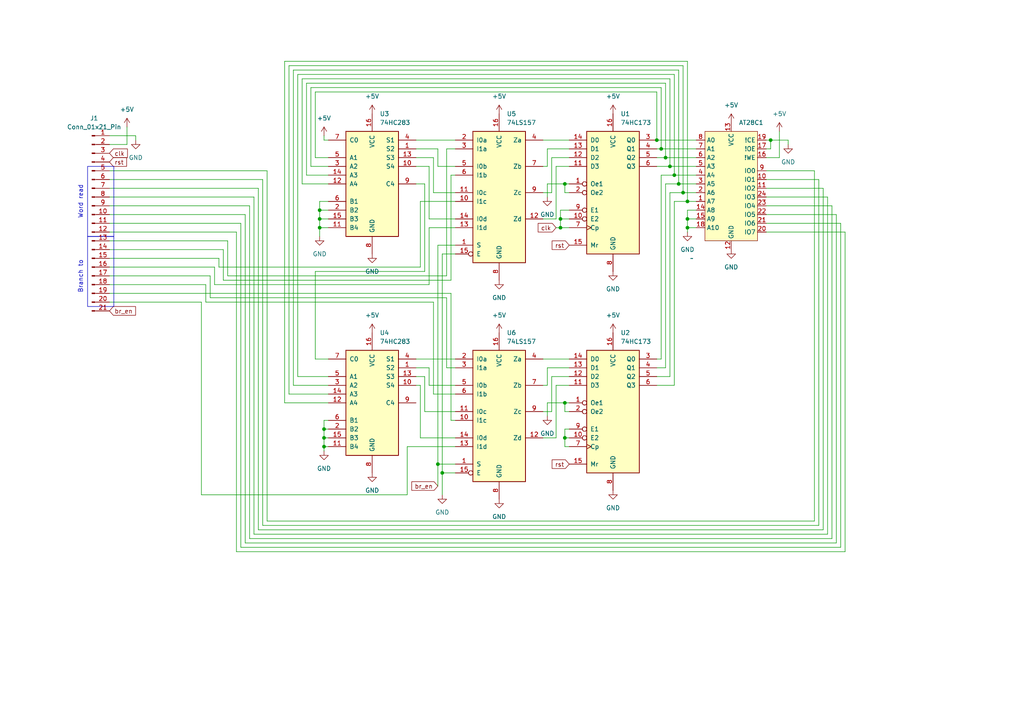
<source format=kicad_sch>
(kicad_sch (version 20230121) (generator eeschema)
  (paper "A4")
  (lib_symbols
    (symbol "74xx:74HC283" (pin_names (offset 1.016))
      (property "Reference" "U" (at -7.62 16.51 0))
      (property "Value" "74LS283" (at -7.62 -16.51 0))
      (symbol "74HC283_1_0"
        (pin output line (at 12.7 10.16 180) (length 5.08) (name "S2") (number "1"))
        (pin output line (at 12.7 5.08 180) (length 5.08) (name "S4") (number "10"))
        (pin input line (at -12.7 -12.7 0) (length 5.08) (name "B4") (number "11"))
        (pin input line (at -12.7 0 0) (length 5.08) (name "A4") (number "12"))
        (pin output line (at 12.7 7.62 180) (length 5.08) (name "S3") (number "13"))
        (pin input line (at -12.7 2.54 0) (length 5.08) (name "A3") (number "14"))
        (pin input line (at -12.7 -10.16 0) (length 5.08) (name "B3") (number "15"))
        (pin power_in line (at 0 20.32 270) (length 5.08) (name "VCC") (number "16"))
        (pin input line (at -12.7 -7.62 0) (length 5.08) (name "B2") (number "2"))
        (pin input line (at -12.7 5.08 0) (length 5.08) (name "A2") (number "3"))
        (pin output line (at 12.7 12.7 180) (length 5.08) (name "S1") (number "4"))
        (pin input line (at -12.7 7.62 0) (length 5.08) (name "A1") (number "5"))
        (pin input line (at -12.7 -5.08 0) (length 5.08) (name "B1") (number "6"))
        (pin input line (at -12.7 12.7 0) (length 5.08) (name "C0") (number "7"))
        (pin power_in line (at 0 -20.32 90) (length 5.08) (name "GND") (number "8"))
        (pin output line (at 12.7 0 180) (length 5.08) (name "C4") (number "9"))
      )
      (symbol "74HC283_1_1"
        (rectangle (start -7.62 15.24) (end 7.62 -15.24) (stroke (width 0.254)) (fill (type background)))
      )
    )
    (symbol "74xx:74LS157" (pin_names (offset 1.016))
      (property "Reference" "U" (at -7.62 19.05 0))
      (property "Value" "74LS157" (at -7.62 -21.59 0))
      (symbol "74LS157_1_0"
        (pin input line (at -12.7 -15.24 0) (length 5.08) (name "S") (number "1"))
        (pin input line (at -12.7 -2.54 0) (length 5.08) (name "I1c") (number "10"))
        (pin input line (at -12.7 0 0) (length 5.08) (name "I0c") (number "11"))
        (pin output line (at 12.7 -7.62 180) (length 5.08) (name "Zd") (number "12"))
        (pin input line (at -12.7 -10.16 0) (length 5.08) (name "I1d") (number "13"))
        (pin input line (at -12.7 -7.62 0) (length 5.08) (name "I0d") (number "14"))
        (pin input inverted (at -12.7 -17.78 0) (length 5.08) (name "E") (number "15"))
        (pin power_in line (at 0 22.86 270) (length 5.08) (name "VCC") (number "16"))
        (pin input line (at -12.7 15.24 0) (length 5.08) (name "I0a") (number "2"))
        (pin input line (at -12.7 12.7 0) (length 5.08) (name "I1a") (number "3"))
        (pin output line (at 12.7 15.24 180) (length 5.08) (name "Za") (number "4"))
        (pin input line (at -12.7 7.62 0) (length 5.08) (name "I0b") (number "5"))
        (pin input line (at -12.7 5.08 0) (length 5.08) (name "I1b") (number "6"))
        (pin output line (at 12.7 7.62 180) (length 5.08) (name "Zb") (number "7"))
        (pin power_in line (at 0 -25.4 90) (length 5.08) (name "GND") (number "8"))
        (pin output line (at 12.7 0 180) (length 5.08) (name "Zc") (number "9"))
      )
      (symbol "74LS157_1_1"
        (rectangle (start -7.62 17.78) (end 7.62 -20.32) (stroke (width 0.254)) (fill (type background)))
      )
    )
    (symbol "74xx:74LS173" (pin_names (offset 1.016))
      (property "Reference" "U" (at -7.62 19.05 0))
      (property "Value" "74LS173" (at -7.62 -19.05 0))
      (symbol "74LS173_1_0"
        (pin input inverted (at -12.7 2.54 0) (length 5.08) (name "Oe1") (number "1"))
        (pin input inverted (at -12.7 -7.62 0) (length 5.08) (name "E2") (number "10"))
        (pin input line (at -12.7 7.62 0) (length 5.08) (name "D3") (number "11"))
        (pin input line (at -12.7 10.16 0) (length 5.08) (name "D2") (number "12"))
        (pin input line (at -12.7 12.7 0) (length 5.08) (name "D1") (number "13"))
        (pin input line (at -12.7 15.24 0) (length 5.08) (name "D0") (number "14"))
        (pin input line (at -12.7 -15.24 0) (length 5.08) (name "Mr") (number "15"))
        (pin power_in line (at 0 22.86 270) (length 5.08) (name "VCC") (number "16"))
        (pin input inverted (at -12.7 0 0) (length 5.08) (name "Oe2") (number "2"))
        (pin tri_state line (at 12.7 15.24 180) (length 5.08) (name "Q0") (number "3"))
        (pin tri_state line (at 12.7 12.7 180) (length 5.08) (name "Q1") (number "4"))
        (pin tri_state line (at 12.7 10.16 180) (length 5.08) (name "Q2") (number "5"))
        (pin tri_state line (at 12.7 7.62 180) (length 5.08) (name "Q3") (number "6"))
        (pin input clock (at -12.7 -10.16 0) (length 5.08) (name "Cp") (number "7"))
        (pin power_in line (at 0 -22.86 90) (length 5.08) (name "GND") (number "8"))
        (pin input inverted (at -12.7 -5.08 0) (length 5.08) (name "E1") (number "9"))
      )
      (symbol "74LS173_1_1"
        (rectangle (start -7.62 17.78) (end 7.62 -17.78) (stroke (width 0.254)) (fill (type background)))
      )
    )
    (symbol "Connector:Conn_01x21_Pin" (pin_names (offset 1.016) hide)
      (property "Reference" "J" (at 0 27.94 0))
      (property "Value" "Conn_01x21_Pin" (at 0 -27.94 0))
      (symbol "Conn_01x21_Pin_1_1"
        (polyline (pts (xy 1.27 -25.4) (xy 0.8636 -25.4)) (stroke (width 0.1524)))
        (polyline (pts (xy 1.27 -22.86) (xy 0.8636 -22.86)) (stroke (width 0.1524)))
        (polyline (pts (xy 1.27 -20.32) (xy 0.8636 -20.32)) (stroke (width 0.1524)))
        (polyline (pts (xy 1.27 -17.78) (xy 0.8636 -17.78)) (stroke (width 0.1524)))
        (polyline (pts (xy 1.27 -15.24) (xy 0.8636 -15.24)) (stroke (width 0.1524)))
        (polyline (pts (xy 1.27 -12.7) (xy 0.8636 -12.7)) (stroke (width 0.1524)))
        (polyline (pts (xy 1.27 -10.16) (xy 0.8636 -10.16)) (stroke (width 0.1524)))
        (polyline (pts (xy 1.27 -7.62) (xy 0.8636 -7.62)) (stroke (width 0.1524)))
        (polyline (pts (xy 1.27 -5.08) (xy 0.8636 -5.08)) (stroke (width 0.1524)))
        (polyline (pts (xy 1.27 -2.54) (xy 0.8636 -2.54)) (stroke (width 0.1524)))
        (polyline (pts (xy 1.27 0) (xy 0.8636 0)) (stroke (width 0.1524)))
        (polyline (pts (xy 1.27 2.54) (xy 0.8636 2.54)) (stroke (width 0.1524)))
        (polyline (pts (xy 1.27 5.08) (xy 0.8636 5.08)) (stroke (width 0.1524)))
        (polyline (pts (xy 1.27 7.62) (xy 0.8636 7.62)) (stroke (width 0.1524)))
        (polyline (pts (xy 1.27 10.16) (xy 0.8636 10.16)) (stroke (width 0.1524)))
        (polyline (pts (xy 1.27 12.7) (xy 0.8636 12.7)) (stroke (width 0.1524)))
        (polyline (pts (xy 1.27 15.24) (xy 0.8636 15.24)) (stroke (width 0.1524)))
        (polyline (pts (xy 1.27 17.78) (xy 0.8636 17.78)) (stroke (width 0.1524)))
        (polyline (pts (xy 1.27 20.32) (xy 0.8636 20.32)) (stroke (width 0.1524)))
        (polyline (pts (xy 1.27 22.86) (xy 0.8636 22.86)) (stroke (width 0.1524)))
        (polyline (pts (xy 1.27 25.4) (xy 0.8636 25.4)) (stroke (width 0.1524)))
        (rectangle (start 0.8636 -25.273) (end 0 -25.527) (stroke (width 0.1524)) (fill (type outline)))
        (rectangle (start 0.8636 -22.733) (end 0 -22.987) (stroke (width 0.1524)) (fill (type outline)))
        (rectangle (start 0.8636 -20.193) (end 0 -20.447) (stroke (width 0.1524)) (fill (type outline)))
        (rectangle (start 0.8636 -17.653) (end 0 -17.907) (stroke (width 0.1524)) (fill (type outline)))
        (rectangle (start 0.8636 -15.113) (end 0 -15.367) (stroke (width 0.1524)) (fill (type outline)))
        (rectangle (start 0.8636 -12.573) (end 0 -12.827) (stroke (width 0.1524)) (fill (type outline)))
        (rectangle (start 0.8636 -10.033) (end 0 -10.287) (stroke (width 0.1524)) (fill (type outline)))
        (rectangle (start 0.8636 -7.493) (end 0 -7.747) (stroke (width 0.1524)) (fill (type outline)))
        (rectangle (start 0.8636 -4.953) (end 0 -5.207) (stroke (width 0.1524)) (fill (type outline)))
        (rectangle (start 0.8636 -2.413) (end 0 -2.667) (stroke (width 0.1524)) (fill (type outline)))
        (rectangle (start 0.8636 0.127) (end 0 -0.127) (stroke (width 0.1524)) (fill (type outline)))
        (rectangle (start 0.8636 2.667) (end 0 2.413) (stroke (width 0.1524)) (fill (type outline)))
        (rectangle (start 0.8636 5.207) (end 0 4.953) (stroke (width 0.1524)) (fill (type outline)))
        (rectangle (start 0.8636 7.747) (end 0 7.493) (stroke (width 0.1524)) (fill (type outline)))
        (rectangle (start 0.8636 10.287) (end 0 10.033) (stroke (width 0.1524)) (fill (type outline)))
        (rectangle (start 0.8636 12.827) (end 0 12.573) (stroke (width 0.1524)) (fill (type outline)))
        (rectangle (start 0.8636 15.367) (end 0 15.113) (stroke (width 0.1524)) (fill (type outline)))
        (rectangle (start 0.8636 17.907) (end 0 17.653) (stroke (width 0.1524)) (fill (type outline)))
        (rectangle (start 0.8636 20.447) (end 0 20.193) (stroke (width 0.1524)) (fill (type outline)))
        (rectangle (start 0.8636 22.987) (end 0 22.733) (stroke (width 0.1524)) (fill (type outline)))
        (rectangle (start 0.8636 25.527) (end 0 25.273) (stroke (width 0.1524)) (fill (type outline)))
        (pin passive line (at 5.08 25.4 180) (length 3.81) (name "Pin_1") (number "1"))
        (pin passive line (at 5.08 2.54 180) (length 3.81) (name "Pin_10") (number "10"))
        (pin passive line (at 5.08 0 180) (length 3.81) (name "Pin_11") (number "11"))
        (pin passive line (at 5.08 -2.54 180) (length 3.81) (name "Pin_12") (number "12"))
        (pin passive line (at 5.08 -5.08 180) (length 3.81) (name "Pin_13") (number "13"))
        (pin passive line (at 5.08 -7.62 180) (length 3.81) (name "Pin_14") (number "14"))
        (pin passive line (at 5.08 -10.16 180) (length 3.81) (name "Pin_15") (number "15"))
        (pin passive line (at 5.08 -12.7 180) (length 3.81) (name "Pin_16") (number "16"))
        (pin passive line (at 5.08 -15.24 180) (length 3.81) (name "Pin_17") (number "17"))
        (pin passive line (at 5.08 -17.78 180) (length 3.81) (name "Pin_18") (number "18"))
        (pin passive line (at 5.08 -20.32 180) (length 3.81) (name "Pin_19") (number "19"))
        (pin passive line (at 5.08 22.86 180) (length 3.81) (name "Pin_2") (number "2"))
        (pin passive line (at 5.08 -22.86 180) (length 3.81) (name "Pin_20") (number "20"))
        (pin passive line (at 5.08 -25.4 180) (length 3.81) (name "Pin_21") (number "21"))
        (pin passive line (at 5.08 20.32 180) (length 3.81) (name "Pin_3") (number "3"))
        (pin passive line (at 5.08 17.78 180) (length 3.81) (name "Pin_4") (number "4"))
        (pin passive line (at 5.08 15.24 180) (length 3.81) (name "Pin_5") (number "5"))
        (pin passive line (at 5.08 12.7 180) (length 3.81) (name "Pin_6") (number "6"))
        (pin passive line (at 5.08 10.16 180) (length 3.81) (name "Pin_7") (number "7"))
        (pin passive line (at 5.08 7.62 180) (length 3.81) (name "Pin_8") (number "8"))
        (pin passive line (at 5.08 5.08 180) (length 3.81) (name "Pin_9") (number "9"))
      )
    )
    (symbol "Memory_EEPROM:AT28C16"
      (property "Reference" "AT28C16" (at 0 0 0))
      (symbol "AT28C16_0_0"
        (pin input line (at -10.16 -7.62 0) (length 2.54) (name "A7") (number "1"))
        (pin bidirectional line (at 10.16 -1.27 180) (length 2.54) (name "IO1") (number "10"))
        (pin bidirectional line (at 10.16 -3.81 180) (length 2.54) (name "IO2") (number "11"))
        (pin power_in line (at 0 -21.59 90) (length 2.54) (name "GND") (number "12"))
        (pin power_in line (at 0 15.24 270) (length 2.54) (name "VCC") (number "13"))
        (pin input line (at -10.16 -10.16 0) (length 2.54) (name "A8") (number "14"))
        (pin input line (at -10.16 -12.7 0) (length 2.54) (name "A9") (number "15"))
        (pin input line (at 10.16 5.08 180) (length 2.54) (name "!WE") (number "16"))
        (pin input line (at 10.16 7.62 180) (length 2.54) (name "!OE") (number "17"))
        (pin input line (at -10.16 -15.24 0) (length 2.54) (name "A10") (number "18"))
        (pin input line (at 10.16 10.16 180) (length 2.54) (name "!CE") (number "19"))
        (pin input line (at -10.16 -5.08 0) (length 2.54) (name "A6") (number "2"))
        (pin bidirectional line (at 10.16 -16.51 180) (length 2.54) (name "IO7") (number "20"))
        (pin bidirectional line (at 10.16 -13.97 180) (length 2.54) (name "IO6") (number "21"))
        (pin bidirectional line (at 10.16 -11.43 180) (length 2.54) (name "IO5") (number "22"))
        (pin bidirectional line (at 10.16 -8.89 180) (length 2.54) (name "IO4") (number "23"))
        (pin bidirectional line (at 10.16 -6.35 180) (length 2.54) (name "IO3") (number "24"))
        (pin input line (at -10.16 -2.54 0) (length 2.54) (name "A5") (number "3"))
        (pin input line (at -10.16 0 0) (length 2.54) (name "A4") (number "4"))
        (pin input line (at -10.16 2.54 0) (length 2.54) (name "A3") (number "5"))
        (pin input line (at -10.16 5.08 0) (length 2.54) (name "A2") (number "6"))
        (pin input line (at -10.16 7.62 0) (length 2.54) (name "A1") (number "7"))
        (pin input line (at -10.16 10.16 0) (length 2.54) (name "A0") (number "8"))
        (pin bidirectional line (at 10.16 1.27 180) (length 2.54) (name "IO0") (number "9"))
      )
      (symbol "AT28C16_1_1"
        (rectangle (start -7.62 12.7) (end 7.62 -19.05) (fill (type background)))
      )
    )
    (symbol "power:+5V" (power) (pin_names (offset 0))
      (property "Value" "+5V" (at 0 3.556 0))
      (symbol "+5V_0_1"
        (polyline (pts (xy -0.762 1.27) (xy 0 2.54)))
        (polyline (pts (xy 0 0) (xy 0 2.54)))
        (polyline (pts (xy 0 2.54) (xy 0.762 1.27)))
      )
      (symbol "+5V_1_1"
        (pin power_in line (at 0 0 90) (length 0) hide (name "+5V") (number "1"))
      )
    )
    (symbol "power:GND" (power) (pin_names (offset 0))
      (property "Value" "GND" (at 0 -3.81 0))
      (symbol "GND_0_1"
        (polyline (pts (xy 0 0) (xy 0 -1.27) (xy 1.27 -1.27) (xy 0 -2.54) (xy -1.27 -1.27) (xy 0 -1.27)))
      )
      (symbol "GND_1_1"
        (pin power_in line (at 0 0 270) (length 0) hide (name "GND") (number "1"))
      )
    )
  )
  (junction (at 199.39 63.5))
  (junction (at 195.58 50.8))
  (junction (at 194.31 48.26))
  (junction (at 93.98 124.46))
  (junction (at 199.39 58.42))
  (junction (at 128.27 137.16))
  (junction (at 93.98 127))
  (junction (at 193.04 45.72))
  (junction (at 92.71 66.04))
  (junction (at 196.85 53.34))
  (junction (at 163.83 53.34))
  (junction (at 92.71 63.5))
  (junction (at 191.77 43.18))
  (junction (at 127 134.62))
  (junction (at 223.52 40.64))
  (junction (at 162.56 66.04))
  (junction (at 163.83 127))
  (junction (at 199.39 66.04))
  (junction (at 93.98 129.54))
  (junction (at 198.12 55.88))
  (junction (at 163.83 116.84))
  (junction (at 190.5 40.64))
  (junction (at 92.71 60.96))
  (junction (at 162.56 63.5))
  (wire (pts (xy 236.22 151.13) (xy 77.47 151.13)))
  (wire (pts (xy 190.5 26.67) (xy 190.5 40.64)))
  (wire (pts (xy 190.5 48.26) (xy 194.31 48.26)))
  (wire (pts (xy 199.39 63.5) (xy 201.93 63.5)))
  (wire (pts (xy 39.37 39.37) (xy 39.37 40.64)))
  (wire (pts (xy 199.39 17.78) (xy 199.39 58.42)))
  (wire (pts (xy 85.09 20.32) (xy 85.09 111.76)))
  (wire (pts (xy 190.5 43.18) (xy 191.77 43.18)))
  (wire (pts (xy 162.56 63.5) (xy 162.56 60.96)))
  (wire (pts (xy 194.31 48.26) (xy 201.93 48.26)))
  (wire (pts (xy 77.47 151.13) (xy 77.47 49.53)))
  (wire (pts (xy 120.65 53.34) (xy 123.19 53.34)))
  (wire (pts (xy 124.46 48.26) (xy 124.46 63.5)))
  (wire (pts (xy 71.12 62.23) (xy 71.12 157.48)))
  (wire (pts (xy 64.77 72.39) (xy 64.77 81.28)))
  (wire (pts (xy 163.83 55.88) (xy 165.1 55.88)))
  (wire (pts (xy 71.12 157.48) (xy 242.57 157.48)))
  (wire (pts (xy 31.75 67.31) (xy 68.58 67.31)))
  (wire (pts (xy 196.85 53.34) (xy 201.93 53.34)))
  (wire (pts (xy 195.58 58.42) (xy 199.39 58.42)))
  (wire (pts (xy 222.25 40.64) (xy 223.52 40.64)))
  (wire (pts (xy 58.42 143.51) (xy 118.11 143.51)))
  (wire (pts (xy 158.75 48.26) (xy 158.75 43.18)))
  (wire (pts (xy 241.3 59.69) (xy 241.3 156.21)))
  (wire (pts (xy 121.92 111.76) (xy 121.92 127)))
  (wire (pts (xy 123.19 78.74) (xy 91.44 78.74)))
  (wire (pts (xy 62.23 77.47) (xy 62.23 82.55)))
  (wire (pts (xy 222.25 67.31) (xy 245.11 67.31)))
  (wire (pts (xy 121.92 127) (xy 132.08 127)))
  (wire (pts (xy 158.75 43.18) (xy 165.1 43.18)))
  (wire (pts (xy 163.83 53.34) (xy 158.75 53.34)))
  (wire (pts (xy 198.12 55.88) (xy 201.93 55.88)))
  (wire (pts (xy 165.1 116.84) (xy 163.83 116.84)))
  (wire (pts (xy 195.58 21.59) (xy 86.36 21.59)))
  (wire (pts (xy 199.39 17.78) (xy 82.55 17.78)))
  (wire (pts (xy 157.48 127) (xy 161.29 127)))
  (wire (pts (xy 36.83 36.83) (xy 36.83 41.91)))
  (wire (pts (xy 87.63 22.86) (xy 194.31 22.86)))
  (wire (pts (xy 129.54 43.18) (xy 132.08 43.18)))
  (wire (pts (xy 222.25 43.18) (xy 223.52 43.18)))
  (wire (pts (xy 162.56 66.04) (xy 162.56 63.5)))
  (wire (pts (xy 199.39 67.31) (xy 199.39 66.04)))
  (wire (pts (xy 31.75 80.01) (xy 60.96 80.01)))
  (wire (pts (xy 199.39 60.96) (xy 201.93 60.96)))
  (wire (pts (xy 157.48 40.64) (xy 165.1 40.64)))
  (wire (pts (xy 123.19 53.34) (xy 123.19 78.74)))
  (wire (pts (xy 163.83 124.46) (xy 163.83 127)))
  (wire (pts (xy 118.11 143.51) (xy 118.11 129.54)))
  (wire (pts (xy 158.75 111.76) (xy 158.75 106.68)))
  (wire (pts (xy 196.85 20.32) (xy 196.85 53.34)))
  (wire (pts (xy 31.75 39.37) (xy 39.37 39.37)))
  (wire (pts (xy 223.52 40.64) (xy 228.6 40.64)))
  (wire (pts (xy 59.69 82.55) (xy 59.69 87.63)))
  (wire (pts (xy 236.22 49.53) (xy 236.22 151.13)))
  (wire (pts (xy 157.48 119.38) (xy 160.02 119.38)))
  (wire (pts (xy 86.36 109.22) (xy 95.25 109.22)))
  (wire (pts (xy 123.19 109.22) (xy 123.19 119.38)))
  (wire (pts (xy 31.75 64.77) (xy 69.85 64.77)))
  (wire (pts (xy 76.2 52.07) (xy 76.2 152.4)))
  (wire (pts (xy 163.83 119.38) (xy 165.1 119.38)))
  (wire (pts (xy 128.27 137.16) (xy 132.08 137.16)))
  (wire (pts (xy 91.44 104.14) (xy 95.25 104.14)))
  (wire (pts (xy 125.73 114.3) (xy 132.08 114.3)))
  (wire (pts (xy 87.63 53.34) (xy 87.63 22.86)))
  (wire (pts (xy 199.39 66.04) (xy 201.93 66.04)))
  (wire (pts (xy 163.83 127) (xy 165.1 127)))
  (wire (pts (xy 130.81 81.28) (xy 130.81 50.8)))
  (wire (pts (xy 93.98 127) (xy 95.25 127)))
  (wire (pts (xy 31.75 59.69) (xy 72.39 59.69)))
  (wire (pts (xy 83.82 114.3) (xy 83.82 19.05)))
  (wire (pts (xy 120.65 45.72) (xy 125.73 45.72)))
  (wire (pts (xy 125.73 87.63) (xy 125.73 114.3)))
  (wire (pts (xy 157.48 104.14) (xy 165.1 104.14)))
  (wire (pts (xy 93.98 124.46) (xy 95.25 124.46)))
  (wire (pts (xy 31.75 87.63) (xy 58.42 87.63)))
  (wire (pts (xy 63.5 77.47) (xy 121.92 77.47)))
  (wire (pts (xy 125.73 45.72) (xy 125.73 55.88)))
  (wire (pts (xy 128.27 73.66) (xy 128.27 137.16)))
  (wire (pts (xy 243.84 158.75) (xy 69.85 158.75)))
  (wire (pts (xy 194.31 109.22) (xy 194.31 55.88)))
  (wire (pts (xy 157.48 111.76) (xy 158.75 111.76)))
  (wire (pts (xy 160.02 109.22) (xy 165.1 109.22)))
  (wire (pts (xy 82.55 116.84) (xy 95.25 116.84)))
  (wire (pts (xy 121.92 77.47) (xy 121.92 58.42)))
  (wire (pts (xy 162.56 60.96) (xy 165.1 60.96)))
  (wire (pts (xy 86.36 21.59) (xy 86.36 109.22)))
  (wire (pts (xy 93.98 39.37) (xy 93.98 40.64)))
  (wire (pts (xy 60.96 86.36) (xy 129.54 86.36)))
  (wire (pts (xy 191.77 25.4) (xy 90.17 25.4)))
  (wire (pts (xy 157.48 55.88) (xy 160.02 55.88)))
  (wire (pts (xy 124.46 63.5) (xy 132.08 63.5)))
  (wire (pts (xy 195.58 111.76) (xy 195.58 58.42)))
  (wire (pts (xy 242.57 62.23) (xy 242.57 157.48)))
  (wire (pts (xy 132.08 71.12) (xy 127 71.12)))
  (wire (pts (xy 127 48.26) (xy 132.08 48.26)))
  (wire (pts (xy 222.25 64.77) (xy 243.84 64.77)))
  (wire (pts (xy 125.73 55.88) (xy 132.08 55.88)))
  (wire (pts (xy 160.02 119.38) (xy 160.02 109.22)))
  (wire (pts (xy 72.39 59.69) (xy 72.39 156.21)))
  (wire (pts (xy 240.03 57.15) (xy 222.25 57.15)))
  (wire (pts (xy 160.02 55.88) (xy 160.02 45.72)))
  (wire (pts (xy 60.96 80.01) (xy 60.96 86.36)))
  (wire (pts (xy 190.5 40.64) (xy 201.93 40.64)))
  (wire (pts (xy 124.46 111.76) (xy 132.08 111.76)))
  (wire (pts (xy 190.5 106.68) (xy 193.04 106.68)))
  (wire (pts (xy 191.77 25.4) (xy 191.77 43.18)))
  (wire (pts (xy 157.48 63.5) (xy 161.29 63.5)))
  (wire (pts (xy 120.65 109.22) (xy 123.19 109.22)))
  (wire (pts (xy 77.47 49.53) (xy 31.75 49.53)))
  (wire (pts (xy 193.04 24.13) (xy 193.04 45.72)))
  (wire (pts (xy 124.46 66.04) (xy 132.08 66.04)))
  (wire (pts (xy 129.54 80.01) (xy 129.54 43.18)))
  (wire (pts (xy 66.04 80.01) (xy 129.54 80.01)))
  (wire (pts (xy 93.98 130.81) (xy 93.98 129.54)))
  (wire (pts (xy 226.06 38.1) (xy 226.06 45.72)))
  (wire (pts (xy 88.9 50.8) (xy 95.25 50.8)))
  (wire (pts (xy 66.04 69.85) (xy 66.04 80.01)))
  (wire (pts (xy 127 134.62) (xy 132.08 134.62)))
  (wire (pts (xy 95.25 53.34) (xy 87.63 53.34)))
  (wire (pts (xy 118.11 129.54) (xy 132.08 129.54)))
  (wire (pts (xy 74.93 153.67) (xy 74.93 54.61)))
  (wire (pts (xy 245.11 67.31) (xy 245.11 160.02)))
  (wire (pts (xy 163.83 129.54) (xy 165.1 129.54)))
  (wire (pts (xy 127 134.62) (xy 127 140.97)))
  (wire (pts (xy 128.27 137.16) (xy 128.27 143.51)))
  (wire (pts (xy 191.77 104.14) (xy 191.77 50.8)))
  (wire (pts (xy 130.81 121.92) (xy 132.08 121.92)))
  (wire (pts (xy 237.49 52.07) (xy 222.25 52.07)))
  (wire (pts (xy 240.03 154.94) (xy 240.03 57.15)))
  (wire (pts (xy 92.71 66.04) (xy 95.25 66.04)))
  (wire (pts (xy 93.98 127) (xy 93.98 124.46)))
  (wire (pts (xy 120.65 43.18) (xy 127 43.18)))
  (wire (pts (xy 31.75 62.23) (xy 71.12 62.23)))
  (wire (pts (xy 31.75 77.47) (xy 62.23 77.47)))
  (wire (pts (xy 199.39 63.5) (xy 199.39 60.96)))
  (wire (pts (xy 238.76 153.67) (xy 74.93 153.67)))
  (wire (pts (xy 190.5 26.67) (xy 91.44 26.67)))
  (wire (pts (xy 91.44 78.74) (xy 91.44 104.14)))
  (wire (pts (xy 73.66 154.94) (xy 240.03 154.94)))
  (wire (pts (xy 243.84 64.77) (xy 243.84 158.75)))
  (wire (pts (xy 160.02 45.72) (xy 165.1 45.72)))
  (wire (pts (xy 82.55 17.78) (xy 82.55 116.84)))
  (wire (pts (xy 83.82 19.05) (xy 198.12 19.05)))
  (wire (pts (xy 163.83 53.34) (xy 163.83 55.88)))
  (wire (pts (xy 161.29 63.5) (xy 161.29 48.26)))
  (wire (pts (xy 193.04 24.13) (xy 88.9 24.13)))
  (wire (pts (xy 222.25 59.69) (xy 241.3 59.69)))
  (wire (pts (xy 93.98 40.64) (xy 95.25 40.64)))
  (wire (pts (xy 163.83 116.84) (xy 158.75 116.84)))
  (wire (pts (xy 93.98 121.92) (xy 95.25 121.92)))
  (wire (pts (xy 158.75 53.34) (xy 158.75 57.15)))
  (wire (pts (xy 95.25 114.3) (xy 83.82 114.3)))
  (wire (pts (xy 120.65 104.14) (xy 132.08 104.14)))
  (wire (pts (xy 132.08 73.66) (xy 128.27 73.66)))
  (wire (pts (xy 92.71 63.5) (xy 92.71 60.96)))
  (wire (pts (xy 31.75 52.07) (xy 76.2 52.07)))
  (wire (pts (xy 91.44 45.72) (xy 95.25 45.72)))
  (wire (pts (xy 130.81 50.8) (xy 132.08 50.8)))
  (wire (pts (xy 161.29 111.76) (xy 165.1 111.76)))
  (wire (pts (xy 90.17 25.4) (xy 90.17 48.26)))
  (wire (pts (xy 91.44 26.67) (xy 91.44 45.72)))
  (wire (pts (xy 90.17 48.26) (xy 95.25 48.26)))
  (wire (pts (xy 194.31 22.86) (xy 194.31 48.26)))
  (wire (pts (xy 163.83 127) (xy 163.83 129.54)))
  (wire (pts (xy 92.71 68.58) (xy 92.71 66.04)))
  (wire (pts (xy 68.58 160.02) (xy 245.11 160.02)))
  (wire (pts (xy 194.31 55.88) (xy 198.12 55.88)))
  (wire (pts (xy 195.58 21.59) (xy 195.58 50.8)))
  (wire (pts (xy 190.5 45.72) (xy 193.04 45.72)))
  (wire (pts (xy 121.92 58.42) (xy 132.08 58.42)))
  (wire (pts (xy 161.29 48.26) (xy 165.1 48.26)))
  (wire (pts (xy 222.25 62.23) (xy 242.57 62.23)))
  (wire (pts (xy 226.06 45.72) (xy 222.25 45.72)))
  (wire (pts (xy 190.5 111.76) (xy 195.58 111.76)))
  (wire (pts (xy 241.3 156.21) (xy 72.39 156.21)))
  (wire (pts (xy 195.58 50.8) (xy 201.93 50.8)))
  (wire (pts (xy 63.5 74.93) (xy 63.5 77.47)))
  (wire (pts (xy 69.85 158.75) (xy 69.85 64.77)))
  (wire (pts (xy 58.42 87.63) (xy 58.42 143.51)))
  (wire (pts (xy 76.2 152.4) (xy 237.49 152.4)))
  (wire (pts (xy 120.65 106.68) (xy 124.46 106.68)))
  (wire (pts (xy 222.25 49.53) (xy 236.22 49.53)))
  (wire (pts (xy 92.71 66.04) (xy 92.71 63.5)))
  (wire (pts (xy 193.04 45.72) (xy 201.93 45.72)))
  (wire (pts (xy 228.6 40.64) (xy 228.6 41.91)))
  (wire (pts (xy 193.04 53.34) (xy 196.85 53.34)))
  (wire (pts (xy 223.52 43.18) (xy 223.52 40.64)))
  (wire (pts (xy 162.56 66.04) (xy 165.1 66.04)))
  (wire (pts (xy 93.98 124.46) (xy 93.98 121.92)))
  (wire (pts (xy 127 43.18) (xy 127 48.26)))
  (wire (pts (xy 88.9 24.13) (xy 88.9 50.8)))
  (wire (pts (xy 31.75 41.91) (xy 36.83 41.91)))
  (wire (pts (xy 62.23 82.55) (xy 124.46 82.55)))
  (wire (pts (xy 158.75 116.84) (xy 158.75 120.65)))
  (wire (pts (xy 191.77 43.18) (xy 201.93 43.18)))
  (wire (pts (xy 130.81 85.09) (xy 130.81 121.92)))
  (wire (pts (xy 198.12 19.05) (xy 198.12 55.88)))
  (wire (pts (xy 120.65 48.26) (xy 124.46 48.26)))
  (wire (pts (xy 222.25 54.61) (xy 238.76 54.61)))
  (wire (pts (xy 31.75 54.61) (xy 74.93 54.61)))
  (wire (pts (xy 93.98 129.54) (xy 93.98 127)))
  (wire (pts (xy 124.46 82.55) (xy 124.46 66.04)))
  (wire (pts (xy 237.49 152.4) (xy 237.49 52.07)))
  (wire (pts (xy 73.66 57.15) (xy 73.66 154.94)))
  (wire (pts (xy 199.39 58.42) (xy 201.93 58.42)))
  (wire (pts (xy 163.83 116.84) (xy 163.83 119.38)))
  (wire (pts (xy 161.29 66.04) (xy 162.56 66.04)))
  (wire (pts (xy 162.56 63.5) (xy 165.1 63.5)))
  (wire (pts (xy 31.75 57.15) (xy 73.66 57.15)))
  (wire (pts (xy 92.71 60.96) (xy 92.71 58.42)))
  (wire (pts (xy 123.19 119.38) (xy 132.08 119.38)))
  (wire (pts (xy 157.48 48.26) (xy 158.75 48.26)))
  (wire (pts (xy 129.54 86.36) (xy 129.54 106.68)))
  (wire (pts (xy 92.71 58.42) (xy 95.25 58.42)))
  (wire (pts (xy 68.58 67.31) (xy 68.58 160.02)))
  (wire (pts (xy 31.75 72.39) (xy 64.77 72.39)))
  (wire (pts (xy 92.71 63.5) (xy 95.25 63.5)))
  (wire (pts (xy 124.46 106.68) (xy 124.46 111.76)))
  (wire (pts (xy 190.5 109.22) (xy 194.31 109.22)))
  (wire (pts (xy 190.5 104.14) (xy 191.77 104.14)))
  (wire (pts (xy 196.85 20.32) (xy 85.09 20.32)))
  (wire (pts (xy 193.04 106.68) (xy 193.04 53.34)))
  (wire (pts (xy 59.69 87.63) (xy 125.73 87.63)))
  (wire (pts (xy 129.54 106.68) (xy 132.08 106.68)))
  (wire (pts (xy 165.1 124.46) (xy 163.83 124.46)))
  (wire (pts (xy 93.98 129.54) (xy 95.25 129.54)))
  (wire (pts (xy 31.75 85.09) (xy 130.81 85.09)))
  (wire (pts (xy 127 71.12) (xy 127 134.62)))
  (wire (pts (xy 85.09 111.76) (xy 95.25 111.76)))
  (wire (pts (xy 120.65 111.76) (xy 121.92 111.76)))
  (wire (pts (xy 158.75 106.68) (xy 165.1 106.68)))
  (wire (pts (xy 64.77 81.28) (xy 130.81 81.28)))
  (wire (pts (xy 31.75 74.93) (xy 63.5 74.93)))
  (wire (pts (xy 31.75 82.55) (xy 59.69 82.55)))
  (wire (pts (xy 238.76 54.61) (xy 238.76 153.67)))
  (wire (pts (xy 92.71 60.96) (xy 95.25 60.96)))
  (wire (pts (xy 165.1 53.34) (xy 163.83 53.34)))
  (wire (pts (xy 31.75 69.85) (xy 66.04 69.85)))
  (wire (pts (xy 161.29 127) (xy 161.29 111.76)))
  (wire (pts (xy 191.77 50.8) (xy 195.58 50.8)))
  (wire (pts (xy 120.65 40.64) (xy 132.08 40.64)))
  (wire (pts (xy 199.39 66.04) (xy 199.39 63.5)))
  (rectangle (start 25.4 68.58) (end 33.02 88.9))
  (rectangle (start 25.4 48.26) (end 33.02 68.58))
  (text "Branch to\n" (at 24.13 85.09 90) (effects (font (size 1.27 1.27)) (justify left bottom)))
  (text "Word read" (at 24.13 63.5 90) (effects (font (size 1.27 1.27)) (justify left bottom)))
  (global_label "rst" (shape input) (at 165.1 134.62 180) (property "Intersheetrefs" "${INTERSHEET_REFS}" (effects hide)))
  (global_label "br_en" (shape input) (at 127 140.97 180) (property "Intersheetrefs" "${INTERSHEET_REFS}" (effects hide)))
  (global_label "rst" (shape input) (at 165.1 71.12 180) (property "Intersheetrefs" "${INTERSHEET_REFS}" (effects hide)))
  (global_label "br_en" (shape input) (at 31.75 90.17 0) (property "Intersheetrefs" "${INTERSHEET_REFS}" (effects hide)))
  (global_label "clk" (shape input) (at 31.75 44.45 0) (property "Intersheetrefs" "${INTERSHEET_REFS}" (effects hide)))
  (global_label "clk" (shape input) (at 161.29 66.04 180) (property "Intersheetrefs" "${INTERSHEET_REFS}" (effects hide)))
  (global_label "rst" (shape input) (at 31.75 46.99 0) (property "Intersheetrefs" "${INTERSHEET_REFS}" (effects hide)))
  (symbol (lib_id "power:GND") (at 93.98 130.81 0) (unit 1)
    (property "Reference" "#PWR016" (effects hide))
    (property "Value" "GND" (at 93.98 135.89 0))
  )
  (symbol (lib_id "power:+5V") (at 144.78 33.02 0) (unit 1)
    (property "Reference" "#PWR023" (effects hide))
    (property "Value" "+5V" (at 144.78 27.94 0))
  )
  (symbol (lib_id "power:+5V") (at 144.78 96.52 0) (unit 1)
    (property "Reference" "#PWR022" (effects hide))
    (property "Value" "+5V" (at 144.78 91.44 0))
  )
  (symbol (lib_id "power:+5V") (at 177.8 33.02 0) (unit 1)
    (property "Reference" "#PWR04" (effects hide))
    (property "Value" "+5V" (at 177.8 27.94 0))
  )
  (symbol (lib_id "power:+5V") (at 107.95 96.52 0) (unit 1)
    (property "Reference" "#PWR011" (effects hide))
    (property "Value" "+5V" (at 107.95 91.44 0))
  )
  (symbol (lib_id "power:GND") (at 144.78 144.78 0) (unit 1)
    (property "Reference" "#PWR020" (effects hide))
    (property "Value" "GND" (at 144.78 149.86 0))
  )
  (symbol (lib_id "power:+5V") (at 177.8 96.52 0) (unit 1)
    (property "Reference" "#PWR010" (effects hide))
    (property "Value" "+5V" (at 177.8 91.44 0))
  )
  (symbol (lib_id "power:GND") (at 177.8 78.74 0) (unit 1)
    (property "Reference" "#PWR03" (effects hide))
    (property "Value" "GND" (at 177.8 83.82 0))
  )
  (symbol (lib_id "power:GND") (at 158.75 120.65 0) (unit 1)
    (property "Reference" "#PWR026" (effects hide))
    (property "Value" "GND" (at 158.75 125.73 0))
  )
  (symbol (lib_id "power:GND") (at 107.95 137.16 0) (unit 1)
    (property "Reference" "#PWR013" (effects hide))
    (property "Value" "GND" (at 107.95 142.24 0))
  )
  (symbol (lib_id "power:GND") (at 212.09 72.39 0) (unit 1)
    (property "Reference" "#PWR02" (effects hide))
    (property "Value" "GND" (at 212.09 77.47 0))
  )
  (symbol (lib_id "power:+5V") (at 226.06 38.1 0) (unit 1)
    (property "Reference" "#PWR08" (effects hide))
    (property "Value" "+5V" (at 226.06 33.02 0))
  )
  (symbol (lib_id "74xx:74HC283") (at 107.95 53.34 0) (unit 1)
    (property "Reference" "U3" (at 110.1441 33.02 0) (effects (justify left)))
    (property "Value" "74HC283" (at 110.1441 35.56 0) (effects (justify left)))
    (property "Footprint" "Package_DIP:DIP-16_W7.62mm" (effects hide))
    (property "Datasheet" "http://www.ti.com/lit/gpn/sn74LS283" (effects hide))
  )
  (symbol (lib_id "power:GND") (at 158.75 57.15 0) (unit 1)
    (property "Reference" "#PWR024" (effects hide))
    (property "Value" "GND" (at 158.75 62.23 0))
  )
  (symbol (lib_id "power:GND") (at 228.6 41.91 0) (unit 1)
    (property "Reference" "#PWR09" (effects hide))
    (property "Value" "GND" (at 228.6 46.99 0))
  )
  (symbol (lib_id "74xx:74LS157") (at 144.78 119.38 0) (unit 1)
    (property "Reference" "U6" (at 146.9741 96.52 0) (effects (justify left)))
    (property "Value" "74LS157" (at 146.9741 99.06 0) (effects (justify left)))
    (property "Footprint" "Package_DIP:DIP-16_W7.62mm" (effects hide))
    (property "Datasheet" "http://www.ti.com/lit/gpn/sn74LS157" (effects hide))
  )
  (symbol (lib_id "power:GND") (at 177.8 142.24 0) (unit 1)
    (property "Reference" "#PWR06" (effects hide))
    (property "Value" "GND" (at 177.8 147.32 0))
  )
  (symbol (lib_id "Memory_EEPROM:AT28C16") (at 212.09 50.8 0) (unit 1)
    (property "Reference" "AT28C1" (at 214.2841 35.56 0) (effects (justify left)))
    (property "Value" "~" (at 200.66 74.93 0))
    (property "Footprint" "Package_DIP:DIP-24_W7.62mm" (effects hide))
  )
  (symbol (lib_id "power:GND") (at 92.71 68.58 0) (unit 1)
    (property "Reference" "#PWR014" (effects hide))
    (property "Value" "GND" (at 92.71 73.66 0))
  )
  (symbol (lib_id "74xx:74HC283") (at 107.95 116.84 0) (unit 1)
    (property "Reference" "U4" (at 110.1441 96.52 0) (effects (justify left)))
    (property "Value" "74HC283" (at 110.1441 99.06 0) (effects (justify left)))
    (property "Footprint" "Package_DIP:DIP-16_W7.62mm" (effects hide))
    (property "Datasheet" "http://www.ti.com/lit/gpn/sn74LS283" (effects hide))
  )
  (symbol (lib_id "power:GND") (at 144.78 81.28 0) (unit 1)
    (property "Reference" "#PWR021" (effects hide))
    (property "Value" "GND" (at 144.78 86.36 0))
  )
  (symbol (lib_id "power:+5V") (at 93.98 39.37 0) (unit 1)
    (property "Reference" "#PWR015" (effects hide))
    (property "Value" "+5V" (at 93.98 34.29 0))
  )
  (symbol (lib_id "power:GND") (at 39.37 40.64 0) (unit 1)
    (property "Reference" "#PWR018" (effects hide))
    (property "Value" "GND" (at 39.37 45.72 0))
  )
  (symbol (lib_id "power:GND") (at 128.27 143.51 0) (unit 1)
    (property "Reference" "#PWR019" (effects hide))
    (property "Value" "GND" (at 128.27 148.59 0))
  )
  (symbol (lib_id "power:+5V") (at 212.09 35.56 0) (unit 1)
    (property "Reference" "#PWR05" (effects hide))
    (property "Value" "+5V" (at 212.09 30.48 0))
  )
  (symbol (lib_id "Connector:Conn_01x21_Pin") (at 26.67 64.77 0) (unit 1)
    (property "Reference" "J1" (at 27.305 34.29 0))
    (property "Value" "Conn_01x21_Pin" (at 27.305 36.83 0))
  )
  (symbol (lib_id "power:GND") (at 107.95 73.66 0) (unit 1)
    (property "Reference" "#PWR012" (effects hide))
    (property "Value" "GND" (at 107.95 78.74 0))
  )
  (symbol (lib_id "74xx:74LS173") (at 177.8 55.88 0) (unit 1)
    (property "Reference" "U1" (at 179.9941 33.02 0) (effects (justify left)))
    (property "Value" "74HC173" (at 179.9941 35.56 0) (effects (justify left)))
    (property "Footprint" "Package_DIP:DIP-16_W7.62mm" (effects hide))
    (property "Datasheet" "http://www.ti.com/lit/gpn/sn74LS173" (effects hide))
  )
  (symbol (lib_id "power:+5V") (at 107.95 33.02 0) (unit 1)
    (property "Reference" "#PWR01" (effects hide))
    (property "Value" "+5V" (at 107.95 27.94 0))
  )
  (symbol (lib_id "74xx:74LS173") (at 177.8 119.38 0) (unit 1)
    (property "Reference" "U2" (at 179.9941 96.52 0) (effects (justify left)))
    (property "Value" "74HC173" (at 179.9941 99.06 0) (effects (justify left)))
    (property "Footprint" "Package_DIP:DIP-16_W7.62mm" (effects hide))
    (property "Datasheet" "http://www.ti.com/lit/gpn/sn74LS173" (effects hide))
  )
  (symbol (lib_id "74xx:74LS157") (at 144.78 55.88 0) (unit 1)
    (property "Reference" "U5" (at 146.9741 33.02 0) (effects (justify left)))
    (property "Value" "74LS157" (at 146.9741 35.56 0) (effects (justify left)))
    (property "Footprint" "Package_DIP:DIP-16_W7.62mm" (effects hide))
    (property "Datasheet" "http://www.ti.com/lit/gpn/sn74LS157" (effects hide))
  )
  (symbol (lib_id "power:GND") (at 199.39 67.31 0) (unit 1)
    (property "Reference" "#PWR07" (effects hide))
    (property "Value" "GND" (at 199.39 72.39 0))
  )
  (symbol (lib_id "power:+5V") (at 36.83 36.83 0) (unit 1)
    (property "Reference" "#PWR017" (effects hide))
    (property "Value" "+5V" (at 36.83 31.75 0))
  )
)
</source>
